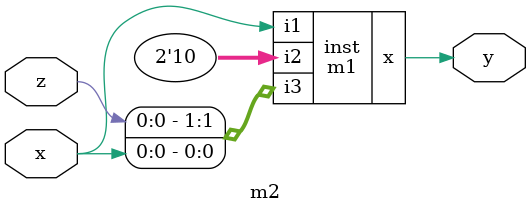
<source format=v>
module m1(
  input i1,
  input [1:0] i2,i3,
  output x);
  assign x=|i1 & ^i3;
endmodule

module m2( x,y,z);
  input x,z;
  output y; 
  m1 inst(.i1(x), .i2({2'b10}), .i3({z,x}) , .x(y));
endmodule   

</source>
